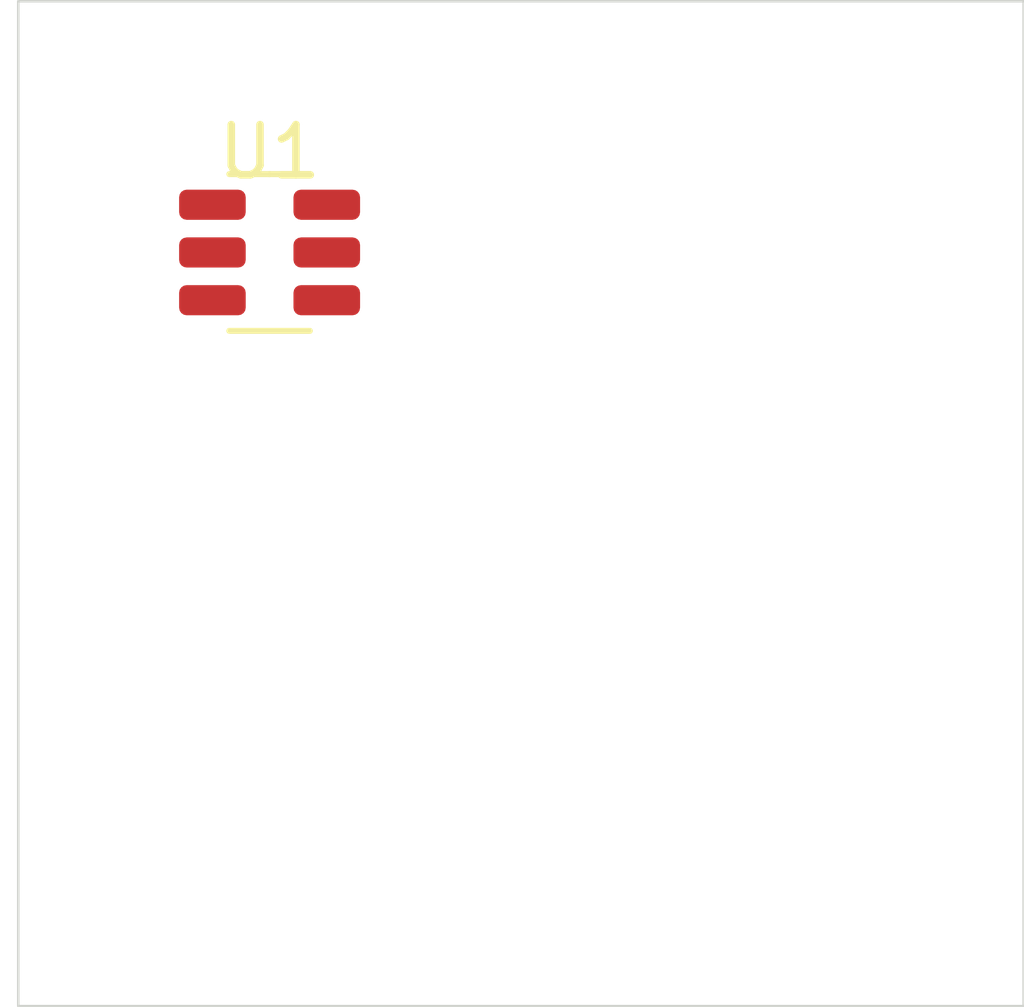
<source format=kicad_pcb>
(kicad_pcb (version 20241229) (generator "pcbnew") (generator_version "9.0")
  (layers (0 "F.Cu" signal) (2 "B.Cu" signal) (13 "F.Paste" user) (15 "B.Paste" user) (5 "F.SilkS" user "F.Silkscreen") (7 "B.SilkS" user "B.Silkscreen") (1 "F.Mask" user) (3 "B.Mask" user) (25 "Edge.Cuts" user))
  (net 0 "")
  (footprint "Package_TO_SOT_SMD:SOT-23-6" (layer "F.Cu") (at 5.0 5.0)
    (property "Reference" "U1" (at 0 -2 0) (layer "F.SilkS") (effects (font (size 1.0 1.0))))
    (property "Value" "TPS54202DDC")
    (fp_line (start 0.0 -1.56) (end -0.8 -1.56) (stroke (width 0.12)) (layer "F.SilkS"))
    (fp_line (start 0.0 -1.56) (end 0.8 -1.56) (stroke (width 0.12)) (layer "F.SilkS"))
    (fp_line (start 0.0 1.56) (end -0.8 1.56) (stroke (width 0.12)) (layer "F.SilkS"))
    (fp_line (start 0.0 1.56) (end 0.8 1.56) (stroke (width 0.12)) (layer "F.SilkS"))
    (pad "1" smd roundrect (at -1.1375 -0.95) (size 1.325 0.6) (layers "F.Cu" "F.Paste" "F.Mask"))
    (pad "2" smd roundrect (at -1.1375 0.0) (size 1.325 0.6) (layers "F.Cu" "F.Paste" "F.Mask"))
    (pad "3" smd roundrect (at -1.1375 0.95) (size 1.325 0.6) (layers "F.Cu" "F.Paste" "F.Mask"))
    (pad "4" smd roundrect (at 1.1375 0.95) (size 1.325 0.6) (layers "F.Cu" "F.Paste" "F.Mask"))
    (pad "5" smd roundrect (at 1.1375 0.0) (size 1.325 0.6) (layers "F.Cu" "F.Paste" "F.Mask"))
    (pad "6" smd roundrect (at 1.1375 -0.95) (size 1.325 0.6) (layers "F.Cu" "F.Paste" "F.Mask"))
  )
  (gr_rect (start 0 0) (end 20.0 20.0) (stroke (width 0.05)) (fill no) (layer "Edge.Cuts"))
)
</source>
